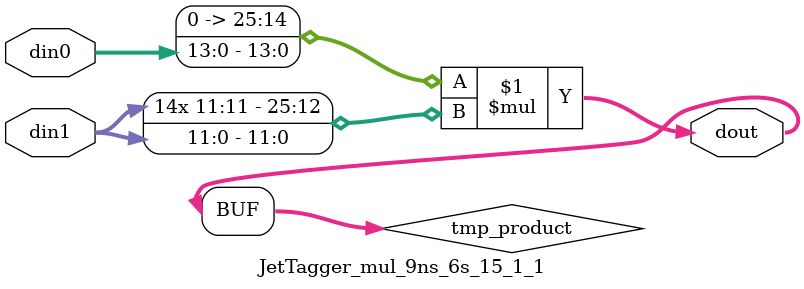
<source format=v>

`timescale 1 ns / 1 ps

  module JetTagger_mul_9ns_6s_15_1_1(din0, din1, dout);
parameter ID = 1;
parameter NUM_STAGE = 0;
parameter din0_WIDTH = 14;
parameter din1_WIDTH = 12;
parameter dout_WIDTH = 26;

input [din0_WIDTH - 1 : 0] din0; 
input [din1_WIDTH - 1 : 0] din1; 
output [dout_WIDTH - 1 : 0] dout;

wire signed [dout_WIDTH - 1 : 0] tmp_product;











assign tmp_product = $signed({1'b0, din0}) * $signed(din1);










assign dout = tmp_product;







endmodule

</source>
